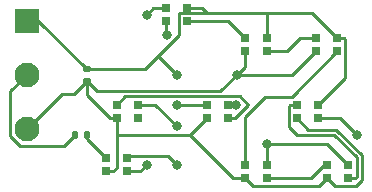
<source format=gbr>
%TF.GenerationSoftware,KiCad,Pcbnew,7.0.2*%
%TF.CreationDate,2023-06-01T20:05:06-06:00*%
%TF.ProjectId,ArmchairBarf,41726d63-6861-4697-9242-6172662e6b69,rev?*%
%TF.SameCoordinates,Original*%
%TF.FileFunction,Copper,L1,Top*%
%TF.FilePolarity,Positive*%
%FSLAX46Y46*%
G04 Gerber Fmt 4.6, Leading zero omitted, Abs format (unit mm)*
G04 Created by KiCad (PCBNEW 7.0.2) date 2023-06-01 20:05:06*
%MOMM*%
%LPD*%
G01*
G04 APERTURE LIST*
G04 Aperture macros list*
%AMRoundRect*
0 Rectangle with rounded corners*
0 $1 Rounding radius*
0 $2 $3 $4 $5 $6 $7 $8 $9 X,Y pos of 4 corners*
0 Add a 4 corners polygon primitive as box body*
4,1,4,$2,$3,$4,$5,$6,$7,$8,$9,$2,$3,0*
0 Add four circle primitives for the rounded corners*
1,1,$1+$1,$2,$3*
1,1,$1+$1,$4,$5*
1,1,$1+$1,$6,$7*
1,1,$1+$1,$8,$9*
0 Add four rect primitives between the rounded corners*
20,1,$1+$1,$2,$3,$4,$5,0*
20,1,$1+$1,$4,$5,$6,$7,0*
20,1,$1+$1,$6,$7,$8,$9,0*
20,1,$1+$1,$8,$9,$2,$3,0*%
G04 Aperture macros list end*
%TA.AperFunction,SMDPad,CuDef*%
%ADD10R,0.700000X0.700000*%
%TD*%
%TA.AperFunction,SMDPad,CuDef*%
%ADD11RoundRect,0.140000X0.170000X-0.140000X0.170000X0.140000X-0.170000X0.140000X-0.170000X-0.140000X0*%
%TD*%
%TA.AperFunction,ComponentPad*%
%ADD12RoundRect,0.250001X-0.799999X0.799999X-0.799999X-0.799999X0.799999X-0.799999X0.799999X0.799999X0*%
%TD*%
%TA.AperFunction,ComponentPad*%
%ADD13C,2.100000*%
%TD*%
%TA.AperFunction,SMDPad,CuDef*%
%ADD14RoundRect,0.135000X-0.135000X-0.185000X0.135000X-0.185000X0.135000X0.185000X-0.135000X0.185000X0*%
%TD*%
%TA.AperFunction,ViaPad*%
%ADD15C,0.800000*%
%TD*%
%TA.AperFunction,Conductor*%
%ADD16C,0.250000*%
%TD*%
G04 APERTURE END LIST*
D10*
%TO.P,U9,1,DO*%
%TO.N,unconnected-(U9-DO-Pad1)*%
X164390000Y-97620000D03*
%TO.P,U9,2,GND*%
%TO.N,Net-(J1-Pin_1)*%
X164390000Y-96520000D03*
%TO.P,U9,3,DI*%
%TO.N,Net-(U8-DO)*%
X162560000Y-96520000D03*
%TO.P,U9,4,VDD*%
%TO.N,Net-(J1-Pin_3)*%
X162560000Y-97620000D03*
%TD*%
%TO.P,U1,1,DO*%
%TO.N,Net-(U1-DO)*%
X163475000Y-102150000D03*
%TO.P,U1,2,GND*%
%TO.N,Net-(J1-Pin_1)*%
X163475000Y-101050000D03*
%TO.P,U1,3,DI*%
%TO.N,Net-(U1-DI)*%
X161645000Y-101050000D03*
%TO.P,U1,4,VDD*%
%TO.N,Net-(J1-Pin_3)*%
X161645000Y-102150000D03*
%TD*%
%TO.P,U2,1,DO*%
%TO.N,Net-(U2-DO)*%
X168555000Y-89450000D03*
%TO.P,U2,2,GND*%
%TO.N,Net-(J1-Pin_1)*%
X168555000Y-88350000D03*
%TO.P,U2,3,DI*%
%TO.N,Net-(U1-DO)*%
X166725000Y-88350000D03*
%TO.P,U2,4,VDD*%
%TO.N,Net-(J1-Pin_3)*%
X166725000Y-89450000D03*
%TD*%
%TO.P,U6,1,DO*%
%TO.N,Net-(U6-DO)*%
X182170000Y-102700000D03*
%TO.P,U6,2,GND*%
%TO.N,Net-(J1-Pin_1)*%
X182170000Y-101600000D03*
%TO.P,U6,3,DI*%
%TO.N,Net-(U5-DO)*%
X180340000Y-101600000D03*
%TO.P,U6,4,VDD*%
%TO.N,Net-(J1-Pin_3)*%
X180340000Y-102700000D03*
%TD*%
%TO.P,U5,1,DO*%
%TO.N,Net-(U5-DO)*%
X175260000Y-102700000D03*
%TO.P,U5,2,GND*%
%TO.N,Net-(J1-Pin_1)*%
X175260000Y-101600000D03*
%TO.P,U5,3,DI*%
%TO.N,Net-(U4-DO)*%
X173430000Y-101600000D03*
%TO.P,U5,4,VDD*%
%TO.N,Net-(J1-Pin_3)*%
X173430000Y-102700000D03*
%TD*%
D11*
%TO.P,C1,1*%
%TO.N,Net-(J1-Pin_3)*%
X160020000Y-94460000D03*
%TO.P,C1,2*%
%TO.N,Net-(J1-Pin_1)*%
X160020000Y-93500000D03*
%TD*%
D10*
%TO.P,U3,1,DO*%
%TO.N,Net-(U3-DO)*%
X175260000Y-91990000D03*
%TO.P,U3,2,GND*%
%TO.N,Net-(J1-Pin_1)*%
X175260000Y-90890000D03*
%TO.P,U3,3,DI*%
%TO.N,Net-(U2-DO)*%
X173430000Y-90890000D03*
%TO.P,U3,4,VDD*%
%TO.N,Net-(J1-Pin_3)*%
X173430000Y-91990000D03*
%TD*%
%TO.P,U7,1,DO*%
%TO.N,Net-(U7-DO)*%
X179630000Y-97620000D03*
%TO.P,U7,2,GND*%
%TO.N,Net-(J1-Pin_1)*%
X179630000Y-96520000D03*
%TO.P,U7,3,DI*%
%TO.N,Net-(U6-DO)*%
X177800000Y-96520000D03*
%TO.P,U7,4,VDD*%
%TO.N,Net-(J1-Pin_3)*%
X177800000Y-97620000D03*
%TD*%
D12*
%TO.P,J1,1,Pin_1*%
%TO.N,Net-(J1-Pin_1)*%
X154940000Y-89380000D03*
D13*
%TO.P,J1,2,Pin_2*%
%TO.N,Net-(J1-Pin_2)*%
X154940000Y-93980000D03*
%TO.P,J1,3,Pin_3*%
%TO.N,Net-(J1-Pin_3)*%
X154940000Y-98580000D03*
%TD*%
D14*
%TO.P,R1,1*%
%TO.N,Net-(J1-Pin_2)*%
X159000000Y-99060000D03*
%TO.P,R1,2*%
%TO.N,Net-(U1-DI)*%
X160020000Y-99060000D03*
%TD*%
D10*
%TO.P,U4,1,DO*%
%TO.N,Net-(U4-DO)*%
X181255000Y-91990000D03*
%TO.P,U4,2,GND*%
%TO.N,Net-(J1-Pin_1)*%
X181255000Y-90890000D03*
%TO.P,U4,3,DI*%
%TO.N,Net-(U3-DO)*%
X179425000Y-90890000D03*
%TO.P,U4,4,VDD*%
%TO.N,Net-(J1-Pin_3)*%
X179425000Y-91990000D03*
%TD*%
%TO.P,U8,1,DO*%
%TO.N,Net-(U8-DO)*%
X172010000Y-97620000D03*
%TO.P,U8,2,GND*%
%TO.N,Net-(J1-Pin_1)*%
X172010000Y-96520000D03*
%TO.P,U8,3,DI*%
%TO.N,Net-(U7-DO)*%
X170180000Y-96520000D03*
%TO.P,U8,4,VDD*%
%TO.N,Net-(J1-Pin_3)*%
X170180000Y-97620000D03*
%TD*%
D15*
%TO.N,Net-(J1-Pin_3)*%
X166809502Y-90609502D03*
X172720000Y-93980000D03*
%TO.N,Net-(J1-Pin_1)*%
X167640000Y-101600000D03*
X167640000Y-93980000D03*
X167640000Y-98335500D03*
X175260000Y-99784500D03*
X172685402Y-96520000D03*
%TO.N,Net-(U7-DO)*%
X167640000Y-96520000D03*
X182880000Y-99060000D03*
%TO.N,Net-(U1-DO)*%
X165100000Y-101600000D03*
X165100000Y-88900000D03*
%TD*%
D16*
%TO.N,Net-(J1-Pin_3)*%
X177435000Y-93980000D02*
X172720000Y-93980000D01*
X179425000Y-91990000D02*
X177435000Y-93980000D01*
%TO.N,Net-(J1-Pin_2)*%
X153565000Y-95355000D02*
X154940000Y-93980000D01*
X154370456Y-99955000D02*
X153565000Y-99149544D01*
X158105000Y-99955000D02*
X154370456Y-99955000D01*
X159000000Y-99060000D02*
X158105000Y-99955000D01*
X153565000Y-99149544D02*
X153565000Y-95355000D01*
%TO.N,Net-(J1-Pin_3)*%
X157960000Y-95560000D02*
X154940000Y-98580000D01*
X158920000Y-95560000D02*
X157960000Y-95560000D01*
%TO.N,Net-(J1-Pin_1)*%
X155900000Y-89380000D02*
X154940000Y-89380000D01*
X160020000Y-93500000D02*
X155900000Y-89380000D01*
%TO.N,Net-(J1-Pin_3)*%
X182845000Y-103375000D02*
X181015000Y-103375000D01*
X181015000Y-103375000D02*
X180340000Y-102700000D01*
X183330000Y-100773604D02*
X183330000Y-102890000D01*
X178790000Y-98610000D02*
X181166396Y-98610000D01*
X183330000Y-102890000D02*
X182845000Y-103375000D01*
X177800000Y-97620000D02*
X178790000Y-98610000D01*
X181166396Y-98610000D02*
X183330000Y-100773604D01*
X160905000Y-95345000D02*
X160020000Y-94460000D01*
X172720000Y-93980000D02*
X171355000Y-95345000D01*
X171355000Y-95345000D02*
X160905000Y-95345000D01*
X173430000Y-93270000D02*
X172720000Y-93980000D01*
X173430000Y-91990000D02*
X173430000Y-93270000D01*
X166725000Y-90525000D02*
X166809502Y-90609502D01*
X166725000Y-89450000D02*
X166725000Y-90525000D01*
%TO.N,Net-(J1-Pin_1)*%
X166915000Y-100875000D02*
X167640000Y-101600000D01*
X163650000Y-100875000D02*
X166915000Y-100875000D01*
X163475000Y-101050000D02*
X163650000Y-100875000D01*
X167640000Y-93980000D02*
X166051802Y-92391802D01*
X166051802Y-92391802D02*
X164943604Y-93500000D01*
X167880000Y-90563604D02*
X166051802Y-92391802D01*
X164390000Y-96520000D02*
X165824500Y-96520000D01*
X165824500Y-96520000D02*
X167640000Y-98335500D01*
X169755000Y-88350000D02*
X170180000Y-88775000D01*
X168555000Y-88350000D02*
X169755000Y-88350000D01*
X170180000Y-88775000D02*
X167880000Y-88775000D01*
X175260000Y-88775000D02*
X170180000Y-88775000D01*
X175260000Y-90890000D02*
X175260000Y-88775000D01*
X179140000Y-88775000D02*
X175260000Y-88775000D01*
X164943604Y-93500000D02*
X160020000Y-93500000D01*
X181255000Y-90890000D02*
X179140000Y-88775000D01*
X167880000Y-88775000D02*
X167880000Y-90563604D01*
X181855000Y-90890000D02*
X181255000Y-90890000D01*
X181930000Y-90965000D02*
X181855000Y-90890000D01*
X181930000Y-94220000D02*
X181930000Y-90965000D01*
X179630000Y-96520000D02*
X181930000Y-94220000D01*
X182170000Y-101600000D02*
X180354500Y-99784500D01*
X180354500Y-99784500D02*
X175260000Y-99784500D01*
%TO.N,Net-(J1-Pin_3)*%
X179665000Y-103375000D02*
X174105000Y-103375000D01*
X180340000Y-102700000D02*
X179665000Y-103375000D01*
X174105000Y-103375000D02*
X173430000Y-102700000D01*
%TO.N,Net-(J1-Pin_1)*%
X175260000Y-99784500D02*
X175260000Y-101600000D01*
X172010000Y-96520000D02*
X172685402Y-96520000D01*
%TO.N,Net-(U8-DO)*%
X163285000Y-95795000D02*
X162560000Y-96520000D01*
X172985000Y-95795000D02*
X163285000Y-95795000D01*
X173710000Y-96520000D02*
X172985000Y-95795000D01*
X172610000Y-97620000D02*
X173710000Y-96520000D01*
X172010000Y-97620000D02*
X172610000Y-97620000D01*
%TO.N,Net-(J1-Pin_3)*%
X172380000Y-102700000D02*
X173430000Y-102700000D01*
X168740000Y-99060000D02*
X172380000Y-102700000D01*
X168740000Y-99060000D02*
X170180000Y-97620000D01*
X162560000Y-101835000D02*
X162560000Y-99060000D01*
X162560000Y-99060000D02*
X168740000Y-99060000D01*
X162245000Y-102150000D02*
X161645000Y-102150000D01*
X162560000Y-101835000D02*
X162245000Y-102150000D01*
X162560000Y-97620000D02*
X162560000Y-101835000D01*
X161960000Y-97620000D02*
X162560000Y-97620000D01*
X160020000Y-95680000D02*
X161960000Y-97620000D01*
X160020000Y-94460000D02*
X160020000Y-95680000D01*
%TO.N,Net-(U7-DO)*%
X181440000Y-97620000D02*
X182880000Y-99060000D01*
X179630000Y-97620000D02*
X181440000Y-97620000D01*
X167640000Y-96520000D02*
X170180000Y-96520000D01*
%TO.N,Net-(U6-DO)*%
X177200000Y-96520000D02*
X177800000Y-96520000D01*
X177125000Y-96595000D02*
X177200000Y-96520000D01*
X177125000Y-98385000D02*
X177125000Y-96595000D01*
X177800000Y-99060000D02*
X177125000Y-98385000D01*
X180980000Y-99060000D02*
X177800000Y-99060000D01*
X182880000Y-100960000D02*
X180980000Y-99060000D01*
X182880000Y-102590000D02*
X182880000Y-100960000D01*
X182770000Y-102700000D02*
X182880000Y-102590000D01*
X182170000Y-102700000D02*
X182770000Y-102700000D01*
%TO.N,Net-(U5-DO)*%
X180090000Y-101600000D02*
X180340000Y-101600000D01*
X178990000Y-102700000D02*
X180090000Y-101600000D01*
X175260000Y-102700000D02*
X178990000Y-102700000D01*
%TO.N,Net-(U4-DO)*%
X175135000Y-95845000D02*
X173430000Y-97550000D01*
X177400000Y-95845000D02*
X175135000Y-95845000D01*
X173430000Y-97550000D02*
X173430000Y-101600000D01*
X181255000Y-91990000D02*
X177400000Y-95845000D01*
%TO.N,Net-(U3-DO)*%
X178075000Y-90890000D02*
X179425000Y-90890000D01*
X176975000Y-91990000D02*
X178075000Y-90890000D01*
X175260000Y-91990000D02*
X176975000Y-91990000D01*
%TO.N,Net-(U2-DO)*%
X171990000Y-89450000D02*
X173430000Y-90890000D01*
X168555000Y-89450000D02*
X171990000Y-89450000D01*
%TO.N,Net-(U1-DO)*%
X165100000Y-88900000D02*
X165650000Y-88350000D01*
X164550000Y-102150000D02*
X165100000Y-101600000D01*
X165650000Y-88350000D02*
X166725000Y-88350000D01*
X163475000Y-102150000D02*
X164550000Y-102150000D01*
%TO.N,Net-(U1-DI)*%
X160020000Y-99425000D02*
X161645000Y-101050000D01*
X160020000Y-99060000D02*
X160020000Y-99425000D01*
%TO.N,Net-(J1-Pin_3)*%
X158920000Y-95560000D02*
X160020000Y-94460000D01*
%TD*%
M02*

</source>
